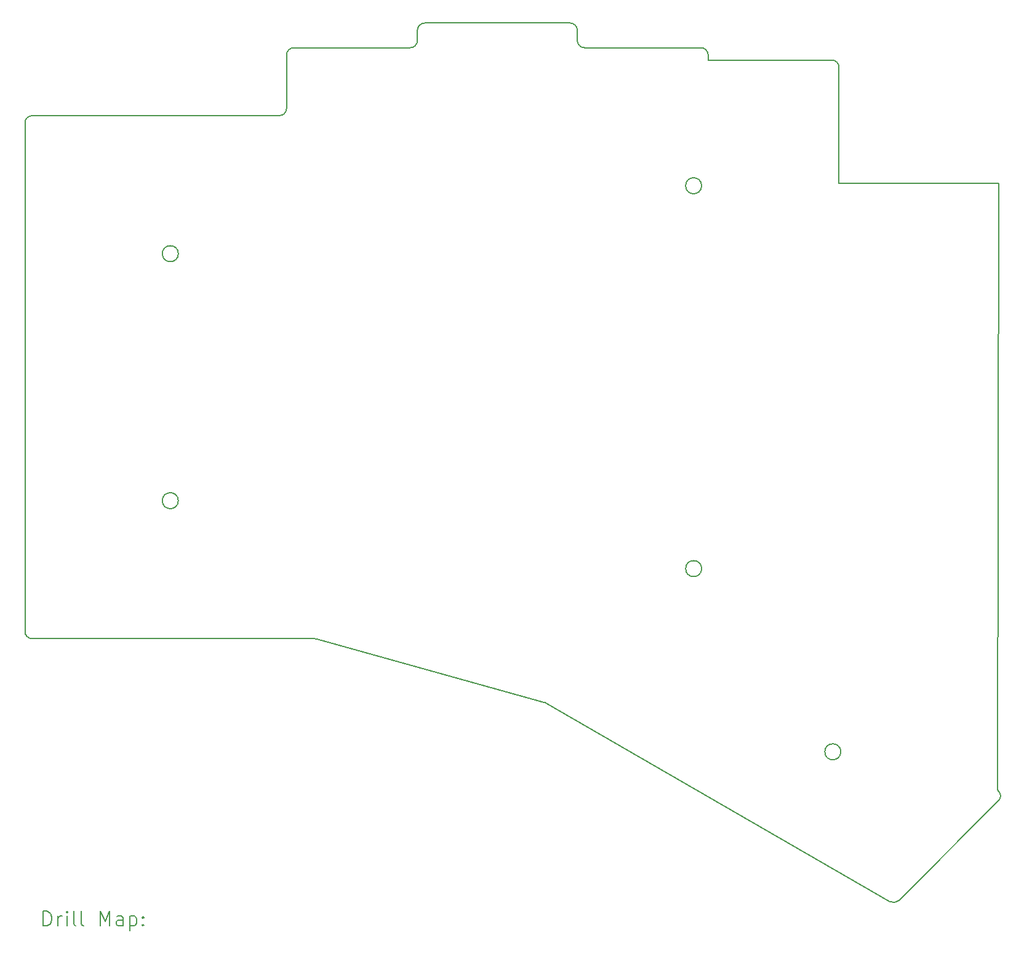
<source format=gbr>
%TF.GenerationSoftware,KiCad,Pcbnew,8.0.8+1*%
%TF.CreationDate,2025-03-17T19:58:04+00:00*%
%TF.ProjectId,bottom_plate,626f7474-6f6d-45f7-906c-6174652e6b69,0.1*%
%TF.SameCoordinates,Original*%
%TF.FileFunction,Drillmap*%
%TF.FilePolarity,Positive*%
%FSLAX45Y45*%
G04 Gerber Fmt 4.5, Leading zero omitted, Abs format (unit mm)*
G04 Created by KiCad (PCBNEW 8.0.8+1) date 2025-03-17 19:58:04*
%MOMM*%
%LPD*%
G01*
G04 APERTURE LIST*
%ADD10C,0.150000*%
%ADD11C,0.200000*%
G04 APERTURE END LIST*
D10*
X3900000Y-15950000D02*
X3900000Y-8950000D01*
X4000000Y-8850000D02*
X7400000Y-8850000D01*
X7500000Y-8750000D02*
X7500000Y-8015000D01*
X7600000Y-7915000D02*
X9200000Y-7915000D01*
X9300000Y-7815000D02*
X9300000Y-7675000D01*
X9400000Y-7575000D02*
X11400000Y-7575000D01*
X11500000Y-7675000D02*
X11500000Y-7815000D01*
X11600000Y-7915000D02*
X13200000Y-7915000D01*
X13300000Y-8015000D02*
X13300000Y-8085000D01*
X13300000Y-8085000D02*
X15000000Y-8085000D01*
X15100000Y-8185000D02*
X15100000Y-9785000D01*
X17284557Y-18129562D02*
X17301791Y-18152003D01*
X17293192Y-18283622D02*
X15924563Y-19652251D01*
X15803852Y-19668143D02*
X11066050Y-16932771D01*
X11042814Y-16923022D02*
X7913134Y-16053648D01*
X7886369Y-16050000D02*
X4000000Y-16050000D01*
X3900000Y-8950000D02*
G75*
G02*
X4000000Y-8850000I100000J0D01*
G01*
X7500000Y-8750000D02*
G75*
G02*
X7400000Y-8850000I-100000J0D01*
G01*
X7500000Y-8015000D02*
G75*
G02*
X7600000Y-7915000I100000J0D01*
G01*
X9300000Y-7815000D02*
G75*
G02*
X9200000Y-7915000I-100000J0D01*
G01*
X9300000Y-7675000D02*
G75*
G02*
X9400000Y-7575000I100000J0D01*
G01*
X11400000Y-7575000D02*
G75*
G02*
X11500000Y-7675000I0J-100000D01*
G01*
X11600000Y-7915000D02*
G75*
G02*
X11500000Y-7815000I0J100000D01*
G01*
X13200000Y-7915000D02*
G75*
G02*
X13300000Y-8015000I0J-100000D01*
G01*
X15000000Y-8085000D02*
G75*
G02*
X15100000Y-8185000I0J-100000D01*
G01*
X17301791Y-18152003D02*
G75*
G02*
X17293190Y-18283621I-79311J-60907D01*
G01*
X15924563Y-19652251D02*
G75*
G02*
X15803851Y-19668145I-70713J70711D01*
G01*
X11042814Y-16923022D02*
G75*
G02*
X11066049Y-16932772I-26764J-96348D01*
G01*
X7886369Y-16050000D02*
G75*
G02*
X7913134Y-16053648I1J-100000D01*
G01*
X4000000Y-16050000D02*
G75*
G02*
X3900000Y-15950000I0J100000D01*
G01*
X6010000Y-10750000D02*
G75*
G02*
X5790000Y-10750000I-110000J0D01*
G01*
X5790000Y-10750000D02*
G75*
G02*
X6010000Y-10750000I110000J0D01*
G01*
X6010000Y-14150000D02*
G75*
G02*
X5790000Y-14150000I-110000J0D01*
G01*
X5790000Y-14150000D02*
G75*
G02*
X6010000Y-14150000I110000J0D01*
G01*
X13210000Y-9815000D02*
G75*
G02*
X12990000Y-9815000I-110000J0D01*
G01*
X12990000Y-9815000D02*
G75*
G02*
X13210000Y-9815000I110000J0D01*
G01*
X13210000Y-15085000D02*
G75*
G02*
X12990000Y-15085000I-110000J0D01*
G01*
X12990000Y-15085000D02*
G75*
G02*
X13210000Y-15085000I110000J0D01*
G01*
X15124705Y-17606402D02*
G75*
G02*
X14904705Y-17606402I-110000J0D01*
G01*
X14904705Y-17606402D02*
G75*
G02*
X15124705Y-17606402I110000J0D01*
G01*
X15100000Y-9785000D02*
X17300000Y-9785000D01*
X17300000Y-9785000D02*
X17284557Y-18129562D01*
D11*
X4153277Y-20000525D02*
X4153277Y-19800525D01*
X4153277Y-19800525D02*
X4200896Y-19800525D01*
X4200896Y-19800525D02*
X4229467Y-19810049D01*
X4229467Y-19810049D02*
X4248515Y-19829097D01*
X4248515Y-19829097D02*
X4258039Y-19848144D01*
X4258039Y-19848144D02*
X4267563Y-19886240D01*
X4267563Y-19886240D02*
X4267563Y-19914811D01*
X4267563Y-19914811D02*
X4258039Y-19952906D01*
X4258039Y-19952906D02*
X4248515Y-19971954D01*
X4248515Y-19971954D02*
X4229467Y-19991002D01*
X4229467Y-19991002D02*
X4200896Y-20000525D01*
X4200896Y-20000525D02*
X4153277Y-20000525D01*
X4353277Y-20000525D02*
X4353277Y-19867192D01*
X4353277Y-19905287D02*
X4362801Y-19886240D01*
X4362801Y-19886240D02*
X4372324Y-19876716D01*
X4372324Y-19876716D02*
X4391372Y-19867192D01*
X4391372Y-19867192D02*
X4410420Y-19867192D01*
X4477086Y-20000525D02*
X4477086Y-19867192D01*
X4477086Y-19800525D02*
X4467563Y-19810049D01*
X4467563Y-19810049D02*
X4477086Y-19819573D01*
X4477086Y-19819573D02*
X4486610Y-19810049D01*
X4486610Y-19810049D02*
X4477086Y-19800525D01*
X4477086Y-19800525D02*
X4477086Y-19819573D01*
X4600896Y-20000525D02*
X4581848Y-19991002D01*
X4581848Y-19991002D02*
X4572324Y-19971954D01*
X4572324Y-19971954D02*
X4572324Y-19800525D01*
X4705658Y-20000525D02*
X4686610Y-19991002D01*
X4686610Y-19991002D02*
X4677086Y-19971954D01*
X4677086Y-19971954D02*
X4677086Y-19800525D01*
X4934229Y-20000525D02*
X4934229Y-19800525D01*
X4934229Y-19800525D02*
X5000896Y-19943383D01*
X5000896Y-19943383D02*
X5067563Y-19800525D01*
X5067563Y-19800525D02*
X5067563Y-20000525D01*
X5248515Y-20000525D02*
X5248515Y-19895764D01*
X5248515Y-19895764D02*
X5238991Y-19876716D01*
X5238991Y-19876716D02*
X5219944Y-19867192D01*
X5219944Y-19867192D02*
X5181848Y-19867192D01*
X5181848Y-19867192D02*
X5162801Y-19876716D01*
X5248515Y-19991002D02*
X5229467Y-20000525D01*
X5229467Y-20000525D02*
X5181848Y-20000525D01*
X5181848Y-20000525D02*
X5162801Y-19991002D01*
X5162801Y-19991002D02*
X5153277Y-19971954D01*
X5153277Y-19971954D02*
X5153277Y-19952906D01*
X5153277Y-19952906D02*
X5162801Y-19933859D01*
X5162801Y-19933859D02*
X5181848Y-19924335D01*
X5181848Y-19924335D02*
X5229467Y-19924335D01*
X5229467Y-19924335D02*
X5248515Y-19914811D01*
X5343753Y-19867192D02*
X5343753Y-20067192D01*
X5343753Y-19876716D02*
X5362801Y-19867192D01*
X5362801Y-19867192D02*
X5400896Y-19867192D01*
X5400896Y-19867192D02*
X5419944Y-19876716D01*
X5419944Y-19876716D02*
X5429467Y-19886240D01*
X5429467Y-19886240D02*
X5438991Y-19905287D01*
X5438991Y-19905287D02*
X5438991Y-19962430D01*
X5438991Y-19962430D02*
X5429467Y-19981478D01*
X5429467Y-19981478D02*
X5419944Y-19991002D01*
X5419944Y-19991002D02*
X5400896Y-20000525D01*
X5400896Y-20000525D02*
X5362801Y-20000525D01*
X5362801Y-20000525D02*
X5343753Y-19991002D01*
X5524705Y-19981478D02*
X5534229Y-19991002D01*
X5534229Y-19991002D02*
X5524705Y-20000525D01*
X5524705Y-20000525D02*
X5515182Y-19991002D01*
X5515182Y-19991002D02*
X5524705Y-19981478D01*
X5524705Y-19981478D02*
X5524705Y-20000525D01*
X5524705Y-19876716D02*
X5534229Y-19886240D01*
X5534229Y-19886240D02*
X5524705Y-19895764D01*
X5524705Y-19895764D02*
X5515182Y-19886240D01*
X5515182Y-19886240D02*
X5524705Y-19876716D01*
X5524705Y-19876716D02*
X5524705Y-19895764D01*
M02*

</source>
